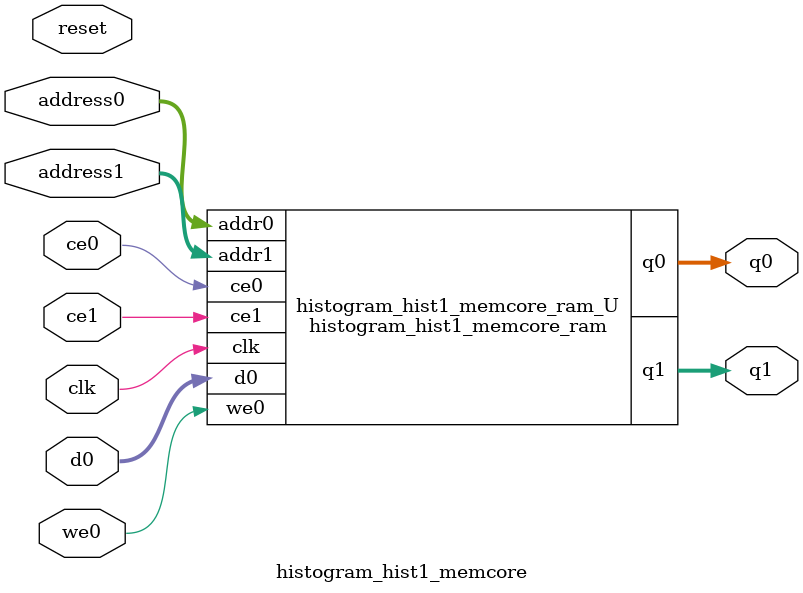
<source format=v>
`timescale 1 ns / 1 ps
module histogram_hist1_memcore_ram (addr0, ce0, d0, we0, q0, addr1, ce1, q1,  clk);

parameter DWIDTH = 32;
parameter AWIDTH = 8;
parameter MEM_SIZE = 256;

input[AWIDTH-1:0] addr0;
input ce0;
input[DWIDTH-1:0] d0;
input we0;
output reg[DWIDTH-1:0] q0;
input[AWIDTH-1:0] addr1;
input ce1;
output reg[DWIDTH-1:0] q1;
input clk;

(* ram_style = "block" *)reg [DWIDTH-1:0] ram[0:MEM_SIZE-1];




always @(posedge clk)  
begin 
    if (ce0) begin
        if (we0) 
            ram[addr0] <= d0; 
        q0 <= ram[addr0];
    end
end


always @(posedge clk)  
begin 
    if (ce1) begin
        q1 <= ram[addr1];
    end
end


endmodule

`timescale 1 ns / 1 ps
module histogram_hist1_memcore(
    reset,
    clk,
    address0,
    ce0,
    we0,
    d0,
    q0,
    address1,
    ce1,
    q1);

parameter DataWidth = 32'd32;
parameter AddressRange = 32'd256;
parameter AddressWidth = 32'd8;
input reset;
input clk;
input[AddressWidth - 1:0] address0;
input ce0;
input we0;
input[DataWidth - 1:0] d0;
output[DataWidth - 1:0] q0;
input[AddressWidth - 1:0] address1;
input ce1;
output[DataWidth - 1:0] q1;



histogram_hist1_memcore_ram histogram_hist1_memcore_ram_U(
    .clk( clk ),
    .addr0( address0 ),
    .ce0( ce0 ),
    .we0( we0 ),
    .d0( d0 ),
    .q0( q0 ),
    .addr1( address1 ),
    .ce1( ce1 ),
    .q1( q1 ));

endmodule


</source>
